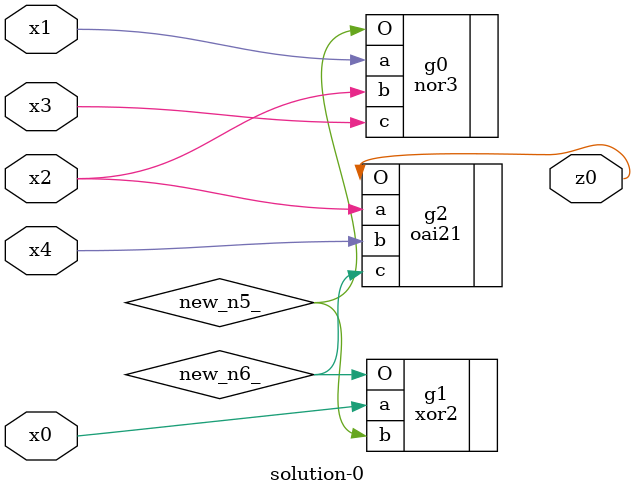
<source format=v>
module \solution-0 (
  x0, x1, x2, x3, x4,
  z0 );
  input x0, x1, x2, x3, x4;
  output z0;
  wire new_n5_, new_n6_;
  nor3  g0(.a(x1), .b(x2), .c(x3), .O(new_n5_));
  xor2  g1(.a(x0), .b(new_n5_), .O(new_n6_));
  oai21  g2(.a(x2), .b(x4), .c(new_n6_), .O(z0));
endmodule

</source>
